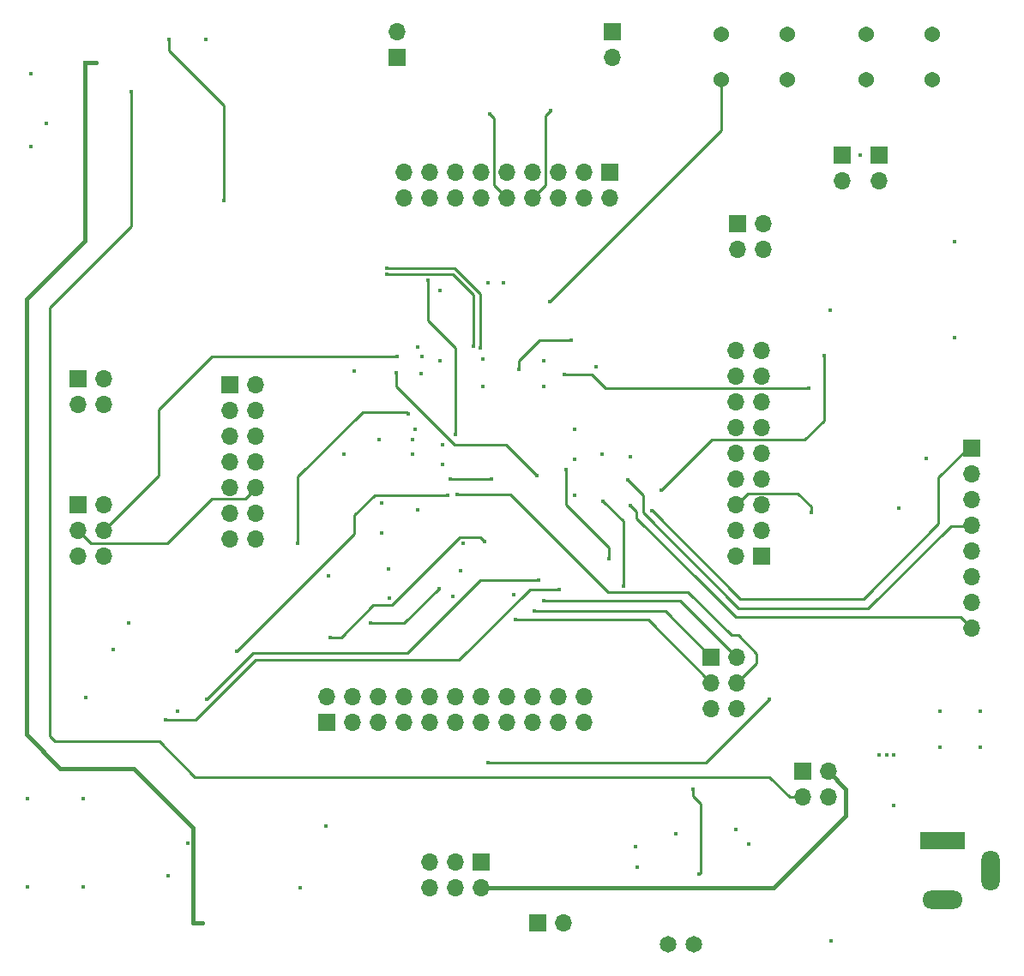
<source format=gbr>
G04 #@! TF.GenerationSoftware,KiCad,Pcbnew,(5.1.8)-1*
G04 #@! TF.CreationDate,2021-10-16T18:10:37-06:00*
G04 #@! TF.ProjectId,SAMduino,53414d64-7569-46e6-9f2e-6b696361645f,rev?*
G04 #@! TF.SameCoordinates,Original*
G04 #@! TF.FileFunction,Copper,L4,Bot*
G04 #@! TF.FilePolarity,Positive*
%FSLAX46Y46*%
G04 Gerber Fmt 4.6, Leading zero omitted, Abs format (unit mm)*
G04 Created by KiCad (PCBNEW (5.1.8)-1) date 2021-10-16 18:10:37*
%MOMM*%
%LPD*%
G01*
G04 APERTURE LIST*
G04 #@! TA.AperFunction,ComponentPad*
%ADD10C,1.540000*%
G04 #@! TD*
G04 #@! TA.AperFunction,ComponentPad*
%ADD11O,1.700000X1.700000*%
G04 #@! TD*
G04 #@! TA.AperFunction,ComponentPad*
%ADD12R,1.700000X1.700000*%
G04 #@! TD*
G04 #@! TA.AperFunction,ComponentPad*
%ADD13C,1.650000*%
G04 #@! TD*
G04 #@! TA.AperFunction,ComponentPad*
%ADD14R,4.400000X1.800000*%
G04 #@! TD*
G04 #@! TA.AperFunction,ComponentPad*
%ADD15O,4.000000X1.800000*%
G04 #@! TD*
G04 #@! TA.AperFunction,ComponentPad*
%ADD16O,1.800000X4.000000*%
G04 #@! TD*
G04 #@! TA.AperFunction,ViaPad*
%ADD17C,0.400000*%
G04 #@! TD*
G04 #@! TA.AperFunction,Conductor*
%ADD18C,0.400000*%
G04 #@! TD*
G04 #@! TA.AperFunction,Conductor*
%ADD19C,0.250000*%
G04 #@! TD*
G04 APERTURE END LIST*
D10*
X104250000Y-57250000D03*
X110750000Y-57250000D03*
X104250000Y-61750000D03*
X110750000Y-61750000D03*
X118550000Y-57250000D03*
X125050000Y-57250000D03*
X118550000Y-61750000D03*
X125050000Y-61750000D03*
D11*
X128950000Y-115880000D03*
X128950000Y-113340000D03*
X128950000Y-110800000D03*
X128950000Y-108260000D03*
X128950000Y-105720000D03*
X128950000Y-103180000D03*
X128950000Y-100640000D03*
D12*
X128950000Y-98100000D03*
D11*
X105790000Y-123830000D03*
X103250000Y-123830000D03*
X105790000Y-121290000D03*
X103250000Y-121290000D03*
X105790000Y-118750000D03*
D12*
X103250000Y-118750000D03*
D11*
X43290000Y-93790000D03*
X40750000Y-93790000D03*
X43290000Y-91250000D03*
D12*
X40750000Y-91250000D03*
D11*
X75420000Y-141540000D03*
X75420000Y-139000000D03*
X77960000Y-141540000D03*
X77960000Y-139000000D03*
X80500000Y-141540000D03*
D12*
X80500000Y-139000000D03*
D11*
X119800000Y-71690000D03*
D12*
X119800000Y-69150000D03*
D11*
X43290000Y-108790000D03*
X40750000Y-108790000D03*
X43290000Y-106250000D03*
X40750000Y-106250000D03*
X43290000Y-103710000D03*
D12*
X40750000Y-103710000D03*
D11*
X108390000Y-78490000D03*
X105850000Y-78490000D03*
X108390000Y-75950000D03*
D12*
X105850000Y-75950000D03*
D11*
X116150000Y-71690000D03*
D12*
X116150000Y-69150000D03*
D11*
X72900000Y-73390000D03*
X72900000Y-70850000D03*
X75440000Y-73390000D03*
X75440000Y-70850000D03*
X77980000Y-73390000D03*
X77980000Y-70850000D03*
X80520000Y-73390000D03*
X80520000Y-70850000D03*
X83060000Y-73390000D03*
X83060000Y-70850000D03*
X85600000Y-73390000D03*
X85600000Y-70850000D03*
X88140000Y-73390000D03*
X88140000Y-70850000D03*
X90680000Y-73390000D03*
X90680000Y-70850000D03*
X93220000Y-73390000D03*
D12*
X93220000Y-70850000D03*
D11*
X105710000Y-88430000D03*
X108250000Y-88430000D03*
X105710000Y-90970000D03*
X108250000Y-90970000D03*
X105710000Y-93510000D03*
X108250000Y-93510000D03*
X105710000Y-96050000D03*
X108250000Y-96050000D03*
X105710000Y-98590000D03*
X108250000Y-98590000D03*
X105710000Y-101130000D03*
X108250000Y-101130000D03*
X105710000Y-103670000D03*
X108250000Y-103670000D03*
X105710000Y-106210000D03*
X108250000Y-106210000D03*
X105710000Y-108750000D03*
D12*
X108250000Y-108750000D03*
D11*
X90700000Y-122710000D03*
X90700000Y-125250000D03*
X88160000Y-122710000D03*
X88160000Y-125250000D03*
X85620000Y-122710000D03*
X85620000Y-125250000D03*
X83080000Y-122710000D03*
X83080000Y-125250000D03*
X80540000Y-122710000D03*
X80540000Y-125250000D03*
X78000000Y-122710000D03*
X78000000Y-125250000D03*
X75460000Y-122710000D03*
X75460000Y-125250000D03*
X72920000Y-122710000D03*
X72920000Y-125250000D03*
X70380000Y-122710000D03*
X70380000Y-125250000D03*
X67840000Y-122710000D03*
X67840000Y-125250000D03*
X65300000Y-122710000D03*
D12*
X65300000Y-125250000D03*
D11*
X58250000Y-107120000D03*
X55710000Y-107120000D03*
X58250000Y-104580000D03*
X55710000Y-104580000D03*
X58250000Y-102040000D03*
X55710000Y-102040000D03*
X58250000Y-99500000D03*
X55710000Y-99500000D03*
X58250000Y-96960000D03*
X55710000Y-96960000D03*
X58250000Y-94420000D03*
X55710000Y-94420000D03*
X58250000Y-91880000D03*
D12*
X55710000Y-91880000D03*
D11*
X93500000Y-59540000D03*
D12*
X93500000Y-57000000D03*
D11*
X72250000Y-56960000D03*
D12*
X72250000Y-59500000D03*
D13*
X101520000Y-147150000D03*
X98980000Y-147150000D03*
D11*
X88640000Y-145000000D03*
D12*
X86100000Y-145000000D03*
D11*
X114790000Y-132590000D03*
X112250000Y-132590000D03*
X114790000Y-130050000D03*
D12*
X112250000Y-130050000D03*
D14*
X126050000Y-136900000D03*
D15*
X126050000Y-142700000D03*
D16*
X130850000Y-139900000D03*
D17*
X41250000Y-141500000D03*
X35750000Y-141500000D03*
X41250000Y-132750000D03*
X35750000Y-132750000D03*
X121300000Y-133400000D03*
X129800000Y-127650000D03*
X125800000Y-127650000D03*
X129800000Y-124150000D03*
X125800000Y-124150000D03*
X99750000Y-136250000D03*
X106975000Y-137275000D03*
X105725000Y-135775000D03*
X95750000Y-137500000D03*
X49612500Y-140387500D03*
X73750000Y-98750000D03*
X65500000Y-110750000D03*
X77750000Y-112750000D03*
X70750000Y-103500000D03*
X70750000Y-106500000D03*
X76750000Y-97750000D03*
X76750000Y-99750000D03*
X74000000Y-96250000D03*
X70500000Y-97250000D03*
X82750000Y-81750000D03*
X86750000Y-89500000D03*
X89750000Y-96250000D03*
X89750000Y-99250000D03*
X95250000Y-99000000D03*
X89750000Y-102750000D03*
X76470000Y-82530000D03*
X68000000Y-90500000D03*
X44250000Y-118050000D03*
X50555000Y-124145000D03*
X80750000Y-89350000D03*
X36050000Y-61100000D03*
X36050000Y-68350000D03*
X37650000Y-66050000D03*
X53350000Y-57750000D03*
X115000000Y-84500000D03*
X83749994Y-112600000D03*
X127275000Y-87225000D03*
X78750000Y-107550000D03*
X115125000Y-146775000D03*
X91900000Y-90099998D03*
X71500000Y-112925000D03*
X71400000Y-110025000D03*
X76450000Y-89500000D03*
X74650000Y-90775000D03*
X74300000Y-88150000D03*
X121300000Y-128400000D03*
X119800000Y-128400000D03*
X95975000Y-139525000D03*
X51625000Y-137125000D03*
X62712500Y-141537500D03*
X67000000Y-98750000D03*
X73750000Y-97250000D03*
X74730000Y-89020000D03*
X78500000Y-110250000D03*
X74250000Y-104250000D03*
X81250000Y-81750000D03*
X86750000Y-92000000D03*
X92500000Y-98750000D03*
X80750000Y-92000000D03*
X45725000Y-115375000D03*
X41550000Y-122750000D03*
X65250000Y-135450000D03*
X127275000Y-77725000D03*
X118000000Y-69150000D03*
X124450000Y-99150000D03*
X121775000Y-104075000D03*
X120600000Y-128435000D03*
X42500000Y-60000000D03*
X41400000Y-60000000D03*
X52100000Y-145000000D03*
X53000000Y-145000000D03*
X78000000Y-96750000D03*
X75250000Y-81500000D03*
X46000000Y-62900000D03*
X84250000Y-90350000D03*
X89400000Y-87450000D03*
X81400000Y-65100000D03*
X87400000Y-64800000D03*
X72250000Y-89056204D03*
X71250000Y-80950000D03*
X79749983Y-88049983D03*
X71250000Y-80350000D03*
X80450000Y-88250000D03*
X87285010Y-83664990D03*
X88750000Y-90850000D03*
X112900000Y-92200000D03*
X93150000Y-109050000D03*
X88900000Y-100225000D03*
X95000000Y-101250000D03*
X86050000Y-100800000D03*
X72200000Y-90700000D03*
X55150000Y-73650000D03*
X49700000Y-57750000D03*
X114400000Y-89000000D03*
X98349999Y-102250001D03*
X94575000Y-111750000D03*
X101450000Y-131850000D03*
X102075000Y-140175000D03*
X92552578Y-103324990D03*
X95250000Y-103750000D03*
X97349990Y-104300010D03*
X108950000Y-122950000D03*
X81250012Y-129149988D03*
X113100000Y-104500000D03*
X88250000Y-112050000D03*
X49350000Y-124950000D03*
X86750000Y-113175000D03*
X86250000Y-111150000D03*
X53450000Y-122950000D03*
X85750000Y-114225000D03*
X83950000Y-115050000D03*
X65650000Y-116850000D03*
X80850000Y-107350000D03*
X69650000Y-115400000D03*
X76400000Y-112000000D03*
X78200000Y-102650000D03*
X56450000Y-118150000D03*
X77250000Y-102750000D03*
X81550000Y-101150000D03*
X77450000Y-101150000D03*
X62450000Y-107550000D03*
X73350000Y-94750000D03*
D18*
X42500000Y-60000000D02*
X41400000Y-60000000D01*
X52125001Y-135625001D02*
X52125001Y-144974999D01*
X46250000Y-129750000D02*
X52125001Y-135625001D01*
X52125001Y-144974999D02*
X52100000Y-145000000D01*
X35650000Y-126409998D02*
X38990002Y-129750000D01*
X38990002Y-129750000D02*
X46250000Y-129750000D01*
X35650000Y-83350000D02*
X35650000Y-126409998D01*
X41400000Y-77600000D02*
X35650000Y-83350000D01*
X41400000Y-60000000D02*
X41400000Y-77600000D01*
X52100000Y-145000000D02*
X53000000Y-145000000D01*
X116550000Y-131810000D02*
X114790000Y-130050000D01*
X116550000Y-134400000D02*
X116550000Y-131810000D01*
X109410000Y-141540000D02*
X116550000Y-134400000D01*
X80500000Y-141540000D02*
X109410000Y-141540000D01*
D19*
X78000000Y-96750000D02*
X78000000Y-88250000D01*
X78000000Y-88250000D02*
X75250000Y-85500000D01*
X75250000Y-85500000D02*
X75250000Y-81500000D01*
X110990000Y-132590000D02*
X112250000Y-132590000D01*
X109000000Y-130600000D02*
X110990000Y-132590000D01*
X52250000Y-130600000D02*
X109000000Y-130600000D01*
X48750000Y-127100000D02*
X52250000Y-130600000D01*
X38500000Y-127100000D02*
X48750000Y-127100000D01*
X37950000Y-126550000D02*
X38500000Y-127100000D01*
X37950000Y-84250000D02*
X37950000Y-126550000D01*
X46000000Y-76200000D02*
X37950000Y-84250000D01*
X46000000Y-62900000D02*
X46000000Y-76200000D01*
X84250000Y-90350000D02*
X84250000Y-89500000D01*
X84250000Y-89500000D02*
X86300000Y-87450000D01*
X86300000Y-87450000D02*
X89400000Y-87450000D01*
X81800000Y-65500000D02*
X81400000Y-65100000D01*
X81800000Y-72130000D02*
X81800000Y-65500000D01*
X83060000Y-73390000D02*
X81800000Y-72130000D01*
X86900000Y-65300000D02*
X87400000Y-64800000D01*
X86900000Y-72090000D02*
X86900000Y-65300000D01*
X85600000Y-73390000D02*
X86900000Y-72090000D01*
X43290000Y-106250000D02*
X48725000Y-100815000D01*
X48725000Y-100815000D02*
X48725000Y-94325000D01*
X53993796Y-89056204D02*
X72250000Y-89056204D01*
X48725000Y-94325000D02*
X53993796Y-89056204D01*
X71250000Y-80950000D02*
X77750000Y-80950000D01*
X77750000Y-80950000D02*
X79749983Y-82949983D01*
X79749983Y-82949983D02*
X79749983Y-88049983D01*
X71250000Y-80350000D02*
X77950000Y-80350000D01*
X77950000Y-80350000D02*
X80450000Y-82850000D01*
X80450000Y-82850000D02*
X80450000Y-88250000D01*
X104250000Y-61750000D02*
X104250000Y-66700000D01*
X104250000Y-66700000D02*
X87285010Y-83664990D01*
X88750000Y-90850000D02*
X91500000Y-90850000D01*
X91500000Y-90850000D02*
X92800000Y-92150000D01*
X112850000Y-92150000D02*
X112900000Y-92200000D01*
X92800000Y-92150000D02*
X112850000Y-92150000D01*
X93150000Y-109050000D02*
X93150000Y-107950000D01*
X93150000Y-107950000D02*
X88925000Y-103725000D01*
X88925000Y-100250000D02*
X88900000Y-100225000D01*
X88925000Y-103725000D02*
X88925000Y-100250000D01*
X126900000Y-105800000D02*
X128870000Y-105800000D01*
X118750000Y-113950000D02*
X126900000Y-105800000D01*
X128870000Y-105800000D02*
X128950000Y-105720000D01*
X105950000Y-113950000D02*
X118750000Y-113950000D01*
X96500000Y-104500000D02*
X105950000Y-113950000D01*
X96500000Y-102750000D02*
X96500000Y-104500000D01*
X95000000Y-101250000D02*
X96500000Y-102750000D01*
X86050000Y-100800000D02*
X83000000Y-97750000D01*
X83000000Y-97750000D02*
X77950000Y-97750000D01*
X77950000Y-97750000D02*
X72200000Y-92000000D01*
X72200000Y-92000000D02*
X72200000Y-90700000D01*
X55150000Y-73650000D02*
X55150000Y-64250000D01*
X49700000Y-58800000D02*
X49700000Y-57750000D01*
X55150000Y-64250000D02*
X49700000Y-58800000D01*
X114350000Y-89050000D02*
X114400000Y-89000000D01*
X114400000Y-95400000D02*
X112500000Y-97300000D01*
X114400000Y-89000000D02*
X114400000Y-95400000D01*
X103300000Y-97300000D02*
X98349999Y-102250001D01*
X112500000Y-97300000D02*
X103300000Y-97300000D01*
X101450000Y-131850000D02*
X101450000Y-132500000D01*
X101450000Y-132500000D02*
X102175000Y-133225000D01*
X102175000Y-140075000D02*
X102075000Y-140175000D01*
X102175000Y-133225000D02*
X102175000Y-140075000D01*
X94575000Y-105347412D02*
X92552578Y-103324990D01*
X94575000Y-111750000D02*
X94575000Y-105347412D01*
X127870000Y-114800000D02*
X128950000Y-115880000D01*
X105650000Y-114800000D02*
X127870000Y-114800000D01*
X102300000Y-111450000D02*
X105650000Y-114800000D01*
X95900000Y-104400000D02*
X95900000Y-105050000D01*
X95250000Y-103750000D02*
X95900000Y-104400000D01*
X95900000Y-105050000D02*
X102300000Y-111450000D01*
X128250000Y-97400000D02*
X128950000Y-98100000D01*
X125700000Y-105600000D02*
X125700000Y-101000000D01*
X118300000Y-113000000D02*
X125700000Y-105600000D01*
X106150000Y-113000000D02*
X118300000Y-113000000D01*
X125700000Y-101000000D02*
X128600000Y-98100000D01*
X97450010Y-104300010D02*
X106150000Y-113000000D01*
X128600000Y-98100000D02*
X128950000Y-98100000D01*
X97349990Y-104300010D02*
X97450010Y-104300010D01*
X108950000Y-122950000D02*
X102750012Y-129149988D01*
X102750012Y-129149988D02*
X81250012Y-129149988D01*
X113100000Y-104500000D02*
X113100000Y-103900000D01*
X111794999Y-102594999D02*
X106855001Y-102594999D01*
X113100000Y-103900000D02*
X111794999Y-102594999D01*
X105780000Y-103670000D02*
X105710000Y-103670000D01*
X106855001Y-102594999D02*
X105780000Y-103670000D01*
X58250000Y-119050000D02*
X52350000Y-124950000D01*
X78350000Y-119050000D02*
X58250000Y-119050000D01*
X85350000Y-112050000D02*
X78350000Y-119050000D01*
X52350000Y-124950000D02*
X49350000Y-124950000D01*
X88250000Y-112050000D02*
X85350000Y-112050000D01*
X100215000Y-113175000D02*
X105790000Y-118750000D01*
X86750000Y-113175000D02*
X100215000Y-113175000D01*
X86250000Y-111150000D02*
X80450000Y-111150000D01*
X80450000Y-111150000D02*
X73250000Y-118350000D01*
X73250000Y-118350000D02*
X58050000Y-118350000D01*
X58050000Y-118350000D02*
X53450000Y-122950000D01*
X98725000Y-114225000D02*
X103250000Y-118750000D01*
X85750000Y-114225000D02*
X98725000Y-114225000D01*
X97010000Y-115050000D02*
X103250000Y-121290000D01*
X83950000Y-115050000D02*
X97010000Y-115050000D01*
X80450000Y-106950000D02*
X80850000Y-107350000D01*
X71750000Y-113650000D02*
X78450000Y-106950000D01*
X69900000Y-113650000D02*
X71750000Y-113650000D01*
X78450000Y-106950000D02*
X80450000Y-106950000D01*
X66700000Y-116850000D02*
X69900000Y-113650000D01*
X65650000Y-116850000D02*
X66700000Y-116850000D01*
X69650000Y-115400000D02*
X72950000Y-115400000D01*
X76350000Y-112000000D02*
X76400000Y-112000000D01*
X72950000Y-115400000D02*
X76350000Y-112000000D01*
X40750000Y-106250000D02*
X42050000Y-107550000D01*
X42050000Y-107550000D02*
X49525000Y-107550000D01*
X53959999Y-103115001D02*
X57234999Y-103115001D01*
X49525000Y-107550000D02*
X53959999Y-103115001D01*
X58250000Y-102100000D02*
X58250000Y-102040000D01*
X57234999Y-103115001D02*
X58250000Y-102100000D01*
X107750000Y-119330000D02*
X105790000Y-121290000D01*
X107750000Y-118400000D02*
X107750000Y-119330000D01*
X105950000Y-116600000D02*
X107750000Y-118400000D01*
X105250000Y-116600000D02*
X105950000Y-116600000D01*
X100950000Y-112300000D02*
X105250000Y-116600000D01*
X93050000Y-112300000D02*
X100950000Y-112300000D01*
X83400000Y-102650000D02*
X93050000Y-112300000D01*
X78200000Y-102650000D02*
X83400000Y-102650000D01*
X56450000Y-118150000D02*
X68050000Y-106550000D01*
X68050000Y-106550000D02*
X68050000Y-104750000D01*
X68050000Y-104750000D02*
X70050000Y-102750000D01*
X70050000Y-102750000D02*
X77250000Y-102750000D01*
X81550000Y-101150000D02*
X77450000Y-101150000D01*
X62450000Y-107550000D02*
X62450000Y-100950000D01*
X62450000Y-100950000D02*
X68850000Y-94550000D01*
X73150000Y-94550000D02*
X73350000Y-94750000D01*
X68850000Y-94550000D02*
X73150000Y-94550000D01*
M02*

</source>
